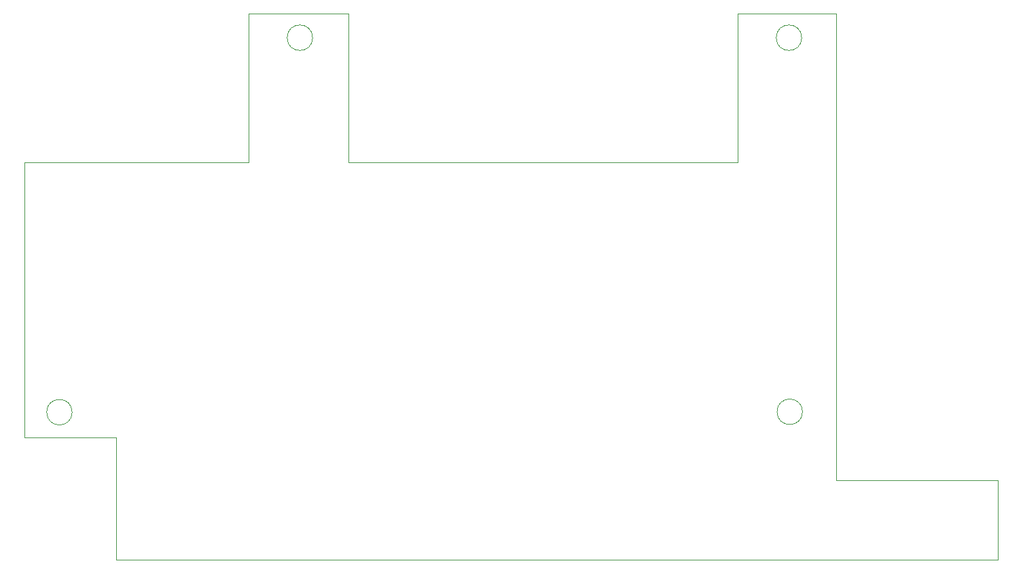
<source format=gbr>
%TF.GenerationSoftware,KiCad,Pcbnew,7.0.1*%
%TF.CreationDate,2023-04-25T19:24:48-07:00*%
%TF.ProjectId,MakeItRain - DaughterBoard Blank,4d616b65-4974-4526-9169-6e202d204461,rev?*%
%TF.SameCoordinates,Original*%
%TF.FileFunction,Profile,NP*%
%FSLAX46Y46*%
G04 Gerber Fmt 4.6, Leading zero omitted, Abs format (unit mm)*
G04 Created by KiCad (PCBNEW 7.0.1) date 2023-04-25 19:24:48*
%MOMM*%
%LPD*%
G01*
G04 APERTURE LIST*
%TA.AperFunction,Profile*%
%ADD10C,0.100000*%
%TD*%
G04 APERTURE END LIST*
D10*
X63500000Y-127000000D02*
X63500000Y-111760000D01*
X52070000Y-111760000D02*
X63500000Y-111760000D01*
X52070000Y-111760000D02*
X52070000Y-77470000D01*
X57975500Y-108585000D02*
G75*
G03*
X57975500Y-108585000I-1587500J0D01*
G01*
X149006426Y-108536569D02*
G75*
G03*
X149006426Y-108536569I-1587500J0D01*
G01*
X87947500Y-61912500D02*
G75*
G03*
X87947500Y-61912500I-1587500J0D01*
G01*
X148907500Y-61912500D02*
G75*
G03*
X148907500Y-61912500I-1587500J0D01*
G01*
X92456000Y-58928000D02*
X80010000Y-58928000D01*
X80010000Y-77470000D02*
X52070000Y-77470000D01*
X153167936Y-58928000D02*
X140893800Y-58928000D01*
X140893800Y-77470000D02*
X92456000Y-77470000D01*
X92456000Y-77470000D02*
X92456000Y-58928000D01*
X63500000Y-127000000D02*
X173399526Y-127000000D01*
X173399526Y-117094000D02*
X153167936Y-117094000D01*
X140893800Y-58928000D02*
X140893800Y-77470000D01*
X80010000Y-58928000D02*
X80010000Y-77470000D01*
X173399526Y-127000000D02*
X173399526Y-117094000D01*
X153167936Y-117094000D02*
X153167936Y-58928000D01*
M02*

</source>
